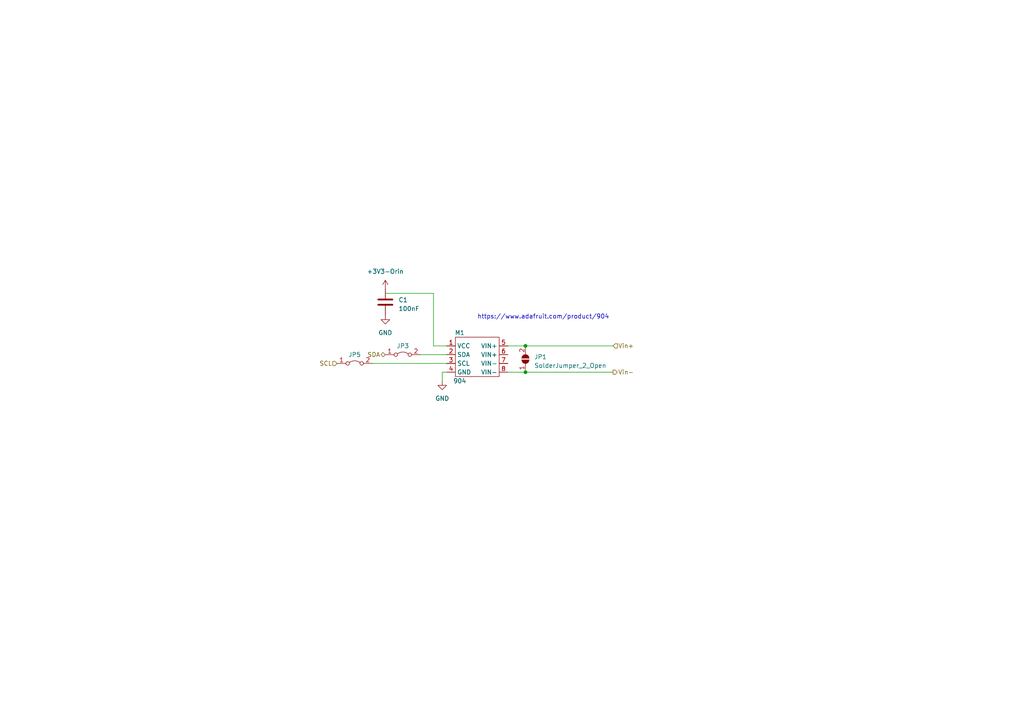
<source format=kicad_sch>
(kicad_sch (version 20230121) (generator eeschema)
  (paper "A4")
  (lib_symbols
    (symbol "Device:C" (pin_numbers hide) (pin_names (offset 0.254))
      (property "Reference" "C" (at 0.635 2.54 0))
      (property "Value" "C" (at 0.635 -2.54 0))
      (symbol "C_0_1"
        (polyline (pts (xy -2.032 -0.762) (xy 2.032 -0.762)) (stroke (width 0.508)))
        (polyline (pts (xy -2.032 0.762) (xy 2.032 0.762)) (stroke (width 0.508)))
      )
      (symbol "C_1_1"
        (pin passive line (at 0 3.81 270) (length 2.794) (name "~") (number "1"))
        (pin passive line (at 0 -3.81 90) (length 2.794) (name "~") (number "2"))
      )
    )
    (symbol "Jumper:Jumper_2_Bridged" (pin_names (offset 0) hide)
      (property "Reference" "JP" (at 0 1.905 0))
      (property "Value" "Jumper_2_Bridged" (at 0 -2.54 0))
      (symbol "Jumper_2_Bridged_0_0"
        (circle (center -2.032 0) (radius 0.508))
        (circle (center 2.032 0) (radius 0.508))
      )
      (symbol "Jumper_2_Bridged_0_1"
        (arc (start 1.524 0.254) (mid 0 0.762) (end -1.524 0.254))
      )
      (symbol "Jumper_2_Bridged_1_1"
        (pin passive line (at -5.08 0 0) (length 2.54) (name "A") (number "1"))
        (pin passive line (at 5.08 0 180) (length 2.54) (name "B") (number "2"))
      )
    )
    (symbol "Jumper:SolderJumper_2_Open" (pin_names (offset 0) hide)
      (property "Reference" "JP" (at 0 2.032 0))
      (property "Value" "SolderJumper_2_Open" (at 0 -2.54 0))
      (symbol "SolderJumper_2_Open_0_1"
        (arc (start -0.254 1.016) (mid -1.2656 0) (end -0.254 -1.016))
        (arc (start -0.254 1.016) (mid -1.2656 0) (end -0.254 -1.016) (fill (type outline)))
        (polyline (pts (xy -0.254 1.016) (xy -0.254 -1.016)))
        (polyline (pts (xy 0.254 1.016) (xy 0.254 -1.016)))
        (arc (start 0.254 -1.016) (mid 1.2656 0) (end 0.254 1.016))
        (arc (start 0.254 -1.016) (mid 1.2656 0) (end 0.254 1.016) (fill (type outline)))
      )
      (symbol "SolderJumper_2_Open_1_1"
        (pin passive line (at -3.81 0 0) (length 2.54) (name "A") (number "1"))
        (pin passive line (at 3.81 0 180) (length 2.54) (name "B") (number "2"))
      )
    )
    (symbol "hoverjet:+3V3-Orin" (power) (pin_names (offset 0))
      (property "Value" "+3V3-Orin" (at 0 3.556 0))
      (symbol "+3V3-Orin_0_1"
        (polyline (pts (xy -0.762 1.27) (xy 0 2.54)))
        (polyline (pts (xy 0 0) (xy 0 2.54)))
        (polyline (pts (xy 0 2.54) (xy 0.762 1.27)))
      )
      (symbol "+3V3-Orin_1_1"
        (pin power_in line (at 0 0 90) (length 0) hide (name "+3V3-Orin") (number "1"))
      )
    )
    (symbol "hoverjet:904"
      (property "Reference" "M" (at -5.08 7.62 0))
      (property "Value" "904" (at -5.08 -6.35 0))
      (symbol "904_0_1"
        (rectangle (start -6.35 6.35) (end 6.35 -5.08))
      )
      (symbol "904_1_1"
        (pin power_in line (at -8.89 3.81 0) (length 2.54) (name "VCC") (number "1"))
        (pin bidirectional line (at -8.89 1.27 0) (length 2.54) (name "SDA") (number "2"))
        (pin bidirectional line (at -8.89 -1.27 0) (length 2.54) (name "SCL") (number "3"))
        (pin power_out line (at -8.89 -3.81 0) (length 2.54) (name "GND") (number "4"))
        (pin power_in line (at 8.89 3.81 180) (length 2.54) (name "VIN+") (number "5"))
        (pin power_in line (at 8.89 1.27 180) (length 2.54) (name "VIN+") (number "6"))
        (pin power_out line (at 8.89 -1.27 180) (length 2.54) (name "VIN-") (number "7"))
        (pin power_out line (at 8.89 -3.81 180) (length 2.54) (name "VIN-") (number "8"))
      )
    )
    (symbol "power:GND" (power) (pin_names (offset 0))
      (property "Value" "GND" (at 0 -3.81 0))
      (symbol "GND_0_1"
        (polyline (pts (xy 0 0) (xy 0 -1.27) (xy 1.27 -1.27) (xy 0 -2.54) (xy -1.27 -1.27) (xy 0 -1.27)))
      )
      (symbol "GND_1_1"
        (pin power_in line (at 0 0 270) (length 0) hide (name "GND") (number "1"))
      )
    )
  )
  (junction (at 152.4 100.33))
  (junction (at 152.4 107.95))
  (wire (pts (xy 121.92 102.87) (xy 129.54 102.87)))
  (wire (pts (xy 111.76 85.09) (xy 125.73 85.09)))
  (wire (pts (xy 147.32 107.95) (xy 152.4 107.95)))
  (wire (pts (xy 128.27 107.95) (xy 128.27 110.49)))
  (wire (pts (xy 129.54 107.95) (xy 128.27 107.95)))
  (wire (pts (xy 147.32 100.33) (xy 152.4 100.33)))
  (wire (pts (xy 152.4 107.95) (xy 177.8 107.95)))
  (wire (pts (xy 125.73 85.09) (xy 125.73 100.33)))
  (wire (pts (xy 107.95 105.41) (xy 129.54 105.41)))
  (wire (pts (xy 152.4 100.33) (xy 177.8 100.33)))
  (wire (pts (xy 125.73 100.33) (xy 129.54 100.33)))
  (text "https://www.adafruit.com/product/904" (at 138.43 92.71 0) (effects (font (size 1.27 1.27)) (justify left bottom)))
  (hierarchical_label "SDA" (shape bidirectional) (at 111.76 102.87 180))
  (hierarchical_label "Vin+" (shape input) (at 177.8 100.33 0))
  (hierarchical_label "Vin-" (shape output) (at 177.8 107.95 0))
  (hierarchical_label "SCL" (shape input) (at 97.79 105.41 180))
  (symbol (lib_id "power:GND") (at 128.27 110.49 0) (unit 1)
    (property "Reference" "#PWR023" (effects hide))
    (property "Value" "GND" (at 128.27 115.57 0))
    (instances (project "hoverjet1.5" (path "" (reference "#PWR023") (unit 1)) (path "" (reference "#PWR024") (unit 1))))
  )
  (symbol (lib_id "power:GND") (at 111.76 91.44 0) (unit 1)
    (property "Reference" "#PWR08" (effects hide))
    (property "Value" "GND" (at 111.76 96.52 0))
    (instances (project "hoverjet1.5" (path "" (reference "#PWR08") (unit 1)) (path "" (reference "#PWR014") (unit 1))))
  )
  (symbol (lib_id "hoverjet:+3V3-Orin") (at 111.76 83.82 0) (unit 1)
    (property "Reference" "#PWR019" (effects hide))
    (property "Value" "+3V3-Orin" (at 111.76 78.74 0))
    (instances (project "hoverjet1.5" (path "" (reference "#PWR019") (unit 1)) (path "" (reference "#PWR022") (unit 1))))
  )
  (symbol (lib_id "hoverjet:904") (at 138.43 104.14 0) (unit 1)
    (property "Reference" "M1" (at 133.35 96.52 0))
    (property "Value" "904" (at 133.35 110.49 0))
    (property "Datasheet" "https://learn.adafruit.com/adafruit-ina219-current-sensor-breakout/downloads" (effects hide))
    (property "Manufacturer" "Adafruit" (effects hide))
    (property "Manufacturer Part Number" "904" (effects hide))
    (instances (project "hoverjet1.5" (path "" (reference "M1") (unit 1)) (path "" (reference "M2") (unit 1))))
  )
  (symbol (lib_id "Jumper:SolderJumper_2_Open") (at 152.4 104.14 90) (unit 1)
    (property "Reference" "JP1" (at 154.94 103.505 90) (effects (justify right)))
    (property "Value" "SolderJumper_2_Open" (at 154.94 106.045 90) (effects (justify right)))
    (property "Footprint" "Jumper:SolderJumper-2_P1.3mm_Open_RoundedPad1.0x1.5mm" (effects hide))
    (instances (project "hoverjet1.5" (path "" (reference "JP1") (unit 1)) (path "" (reference "JP2") (unit 1))))
  )
  (symbol (lib_id "Jumper:Jumper_2_Bridged") (at 102.87 105.41 0) (unit 1)
    (property "Reference" "JP5" (at 102.87 102.87 0))
    (property "Value" "Jumper_2_Bridged" (effects hide))
    (property "Footprint" "Jumper:SolderJumper-2_P1.3mm_Bridged_Pad1.0x1.5mm" (effects hide))
    (instances (project "hoverjet1.5" (path "" (reference "JP5") (unit 1)) (path "" (reference "JP6") (unit 1))))
  )
  (symbol (lib_id "Device:C") (at 111.76 87.63 0) (unit 1)
    (property "Reference" "C1" (at 115.57 86.995 0) (effects (justify left)))
    (property "Value" "100nF" (at 115.57 89.535 0) (effects (justify left)))
    (property "Footprint" "Capacitor_SMD:C_0201_0603Metric" (effects hide))
    (property "PN" "CL10B104KB8NNNL" (effects hide))
    (instances (project "hoverjet1.5" (path "" (reference "C1") (unit 1)) (path "" (reference "C13") (unit 1)) (path "" (reference "C14") (unit 1))))
  )
  (symbol (lib_id "Jumper:Jumper_2_Bridged") (at 116.84 102.87 0) (unit 1)
    (property "Reference" "JP3" (at 116.84 100.33 0))
    (property "Value" "Jumper_2_Bridged" (effects hide))
    (property "Footprint" "Jumper:SolderJumper-2_P1.3mm_Bridged_Pad1.0x1.5mm" (effects hide))
    (instances (project "hoverjet1.5" (path "" (reference "JP3") (unit 1)) (path "" (reference "JP4") (unit 1))))
  )
)
</source>
